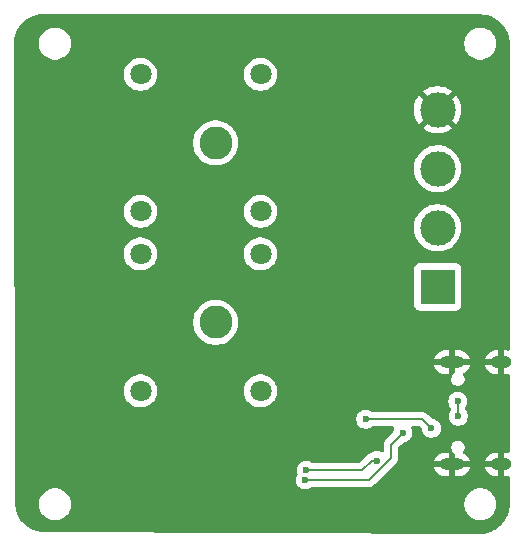
<source format=gbr>
%TF.GenerationSoftware,KiCad,Pcbnew,9.0.4*%
%TF.CreationDate,2025-10-30T13:03:14-05:00*%
%TF.ProjectId,USBCpwr,55534243-7077-4722-9e6b-696361645f70,rev?*%
%TF.SameCoordinates,Original*%
%TF.FileFunction,Copper,L2,Bot*%
%TF.FilePolarity,Positive*%
%FSLAX46Y46*%
G04 Gerber Fmt 4.6, Leading zero omitted, Abs format (unit mm)*
G04 Created by KiCad (PCBNEW 9.0.4) date 2025-10-30 13:03:14*
%MOMM*%
%LPD*%
G01*
G04 APERTURE LIST*
%TA.AperFunction,ComponentPad*%
%ADD10C,1.800000*%
%TD*%
%TA.AperFunction,ComponentPad*%
%ADD11C,2.800000*%
%TD*%
%TA.AperFunction,ComponentPad*%
%ADD12O,1.800000X1.000000*%
%TD*%
%TA.AperFunction,ComponentPad*%
%ADD13O,2.100000X1.000000*%
%TD*%
%TA.AperFunction,ComponentPad*%
%ADD14R,3.000000X3.000000*%
%TD*%
%TA.AperFunction,ComponentPad*%
%ADD15C,3.000000*%
%TD*%
%TA.AperFunction,ViaPad*%
%ADD16C,0.600000*%
%TD*%
%TA.AperFunction,Conductor*%
%ADD17C,0.200000*%
%TD*%
G04 APERTURE END LIST*
D10*
%TO.P,J5,*%
%TO.N,*%
X94240000Y-53800000D03*
X94240000Y-65400000D03*
X104400000Y-53800000D03*
X104400000Y-65400000D03*
D11*
%TO.P,J5,1,Pin_1*%
%TO.N,Output-*%
X100600000Y-59600000D03*
%TD*%
D12*
%TO.P,J1,S1,SHIELD*%
%TO.N,VSS*%
X124762500Y-62980000D03*
D13*
X120612500Y-62980000D03*
D12*
X124762500Y-71620000D03*
D13*
X120612500Y-71620000D03*
%TD*%
D11*
%TO.P,J4,1,Pin_1*%
%TO.N,Output+*%
X100600000Y-44400000D03*
D10*
%TO.P,J4,*%
%TO.N,*%
X104400000Y-50200000D03*
X104400000Y-38600000D03*
X94240000Y-50200000D03*
X94240000Y-38600000D03*
%TD*%
D14*
%TO.P,J3,1,Pin_1*%
%TO.N,Output-*%
X119400000Y-56600000D03*
D15*
%TO.P,J3,2,Pin_2*%
%TO.N,Output+*%
X119400000Y-51600000D03*
%TO.P,J3,3,Pin_3*%
%TO.N,VBUS*%
X119400000Y-46600000D03*
%TO.P,J3,4,Pin_4*%
%TO.N,VSS*%
X119400000Y-41600000D03*
%TD*%
D16*
%TO.N,VSS*%
X114350000Y-69900000D03*
X115300000Y-66400000D03*
X114150000Y-74450000D03*
%TO.N,CC1*%
X118869491Y-68561209D03*
X113300000Y-67800000D03*
%TO.N,CFG2*%
X114300000Y-71300000D03*
X108281305Y-72100000D03*
%TO.N,CFG3*%
X108200000Y-72950000D03*
X116450002Y-68950000D03*
%TO.N,D+*%
X121150000Y-67550000D03*
X121096624Y-66300000D03*
%TD*%
D17*
%TO.N,CFG3*%
X115450000Y-71069239D02*
X115450000Y-69950002D01*
X115450000Y-69950002D02*
X116450002Y-68950000D01*
X113569239Y-72950000D02*
X115450000Y-71069239D01*
X108200000Y-72950000D02*
X113569239Y-72950000D01*
%TO.N,CFG2*%
X113800000Y-71300000D02*
X114300000Y-71300000D01*
X113000000Y-72100000D02*
X113800000Y-71300000D01*
X108281305Y-72100000D02*
X113000000Y-72100000D01*
%TO.N,CC1*%
X113300000Y-67800000D02*
X118108282Y-67800000D01*
X118108282Y-67800000D02*
X118869491Y-68561209D01*
%TO.N,D+*%
X121150000Y-66353376D02*
X121096624Y-66300000D01*
X121150000Y-67550000D02*
X121150000Y-66353376D01*
%TD*%
%TA.AperFunction,Conductor*%
%TO.N,VSS*%
G36*
X122933647Y-33521781D02*
G01*
X122933966Y-33521782D01*
X122934108Y-33521820D01*
X122996328Y-33521820D01*
X123003739Y-33522046D01*
X123293794Y-33539591D01*
X123308656Y-33541395D01*
X123590799Y-33593100D01*
X123605324Y-33596681D01*
X123879179Y-33682018D01*
X123893153Y-33687317D01*
X124154749Y-33805052D01*
X124167973Y-33811993D01*
X124413459Y-33960395D01*
X124425770Y-33968893D01*
X124624353Y-34124473D01*
X124651561Y-34145789D01*
X124662770Y-34155719D01*
X124865591Y-34358542D01*
X124875520Y-34369750D01*
X125052414Y-34595540D01*
X125060920Y-34607864D01*
X125209301Y-34853320D01*
X125216260Y-34866578D01*
X125333979Y-35128142D01*
X125339289Y-35142143D01*
X125424622Y-35415991D01*
X125428205Y-35430530D01*
X125479905Y-35712656D01*
X125481710Y-35727521D01*
X125499273Y-36017912D01*
X125499499Y-36025396D01*
X125499499Y-36057630D01*
X125499499Y-36087209D01*
X125499499Y-36087211D01*
X125499500Y-36097203D01*
X125499500Y-61876347D01*
X125479815Y-61943386D01*
X125427011Y-61989141D01*
X125357853Y-61999085D01*
X125351310Y-61997965D01*
X125260990Y-61980000D01*
X125012500Y-61980000D01*
X125012500Y-62680000D01*
X124512500Y-62680000D01*
X124512500Y-61980000D01*
X124264004Y-61980000D01*
X124070818Y-62018427D01*
X124070806Y-62018430D01*
X123888828Y-62093807D01*
X123888815Y-62093814D01*
X123725037Y-62203248D01*
X123725033Y-62203251D01*
X123585751Y-62342533D01*
X123585748Y-62342537D01*
X123476314Y-62506315D01*
X123476307Y-62506328D01*
X123400930Y-62688307D01*
X123400930Y-62688309D01*
X123392638Y-62730000D01*
X124195512Y-62730000D01*
X124178295Y-62739940D01*
X124122440Y-62795795D01*
X124082944Y-62864204D01*
X124062500Y-62940504D01*
X124062500Y-63019496D01*
X124082944Y-63095796D01*
X124122440Y-63164205D01*
X124178295Y-63220060D01*
X124195512Y-63230000D01*
X123392638Y-63230000D01*
X123400930Y-63271690D01*
X123400930Y-63271692D01*
X123476307Y-63453671D01*
X123476314Y-63453684D01*
X123585748Y-63617462D01*
X123585751Y-63617466D01*
X123725033Y-63756748D01*
X123725037Y-63756751D01*
X123888815Y-63866185D01*
X123888828Y-63866192D01*
X124070806Y-63941569D01*
X124070818Y-63941572D01*
X124264004Y-63979999D01*
X124264008Y-63980000D01*
X124512500Y-63980000D01*
X124512500Y-63280000D01*
X125012500Y-63280000D01*
X125012500Y-63980000D01*
X125260992Y-63980000D01*
X125260994Y-63979999D01*
X125351309Y-63962035D01*
X125420900Y-63968262D01*
X125476078Y-64011125D01*
X125499322Y-64077015D01*
X125499500Y-64083652D01*
X125499500Y-70516347D01*
X125479815Y-70583386D01*
X125427011Y-70629141D01*
X125357853Y-70639085D01*
X125351310Y-70637965D01*
X125260990Y-70620000D01*
X125012500Y-70620000D01*
X125012500Y-71320000D01*
X124512500Y-71320000D01*
X124512500Y-70620000D01*
X124264004Y-70620000D01*
X124070818Y-70658427D01*
X124070806Y-70658430D01*
X123888828Y-70733807D01*
X123888815Y-70733814D01*
X123725037Y-70843248D01*
X123725033Y-70843251D01*
X123585751Y-70982533D01*
X123585748Y-70982537D01*
X123476314Y-71146315D01*
X123476307Y-71146328D01*
X123400930Y-71328307D01*
X123400930Y-71328309D01*
X123392638Y-71370000D01*
X124195512Y-71370000D01*
X124178295Y-71379940D01*
X124122440Y-71435795D01*
X124082944Y-71504204D01*
X124062500Y-71580504D01*
X124062500Y-71659496D01*
X124082944Y-71735796D01*
X124122440Y-71804205D01*
X124178295Y-71860060D01*
X124195512Y-71870000D01*
X123392638Y-71870000D01*
X123400930Y-71911690D01*
X123400930Y-71911692D01*
X123476307Y-72093671D01*
X123476314Y-72093684D01*
X123585748Y-72257462D01*
X123585751Y-72257466D01*
X123725033Y-72396748D01*
X123725037Y-72396751D01*
X123888815Y-72506185D01*
X123888828Y-72506192D01*
X124070806Y-72581569D01*
X124070818Y-72581572D01*
X124264004Y-72619999D01*
X124264008Y-72620000D01*
X124512500Y-72620000D01*
X124512500Y-71920000D01*
X125012500Y-71920000D01*
X125012500Y-72620000D01*
X125260992Y-72620000D01*
X125260994Y-72619999D01*
X125351309Y-72602035D01*
X125420900Y-72608262D01*
X125476078Y-72651125D01*
X125499322Y-72717015D01*
X125499500Y-72723652D01*
X125499500Y-74996249D01*
X125499274Y-75003736D01*
X125481728Y-75293794D01*
X125479923Y-75308659D01*
X125428219Y-75590798D01*
X125424635Y-75605336D01*
X125339306Y-75879167D01*
X125333997Y-75893168D01*
X125216275Y-76154736D01*
X125209316Y-76167995D01*
X125060928Y-76413459D01*
X125052422Y-76425782D01*
X124875526Y-76651573D01*
X124865596Y-76662781D01*
X124662781Y-76865596D01*
X124651573Y-76875526D01*
X124425782Y-77052422D01*
X124413459Y-77060928D01*
X124167995Y-77209316D01*
X124154736Y-77216275D01*
X123893168Y-77333997D01*
X123879167Y-77339306D01*
X123605336Y-77424635D01*
X123590798Y-77428219D01*
X123308659Y-77479923D01*
X123293793Y-77481728D01*
X123003984Y-77499257D01*
X122996090Y-77499482D01*
X86196787Y-77378424D01*
X86196772Y-77378424D01*
X86188014Y-77378394D01*
X86187209Y-77378179D01*
X86124922Y-77378179D01*
X86124629Y-77378178D01*
X86124584Y-77378164D01*
X86117566Y-77377953D01*
X85827520Y-77360410D01*
X85812655Y-77358605D01*
X85530527Y-77306904D01*
X85515988Y-77303321D01*
X85242140Y-77217988D01*
X85228139Y-77212678D01*
X84966577Y-77094960D01*
X84953318Y-77088001D01*
X84707855Y-76939614D01*
X84695532Y-76931108D01*
X84469740Y-76754211D01*
X84458532Y-76744281D01*
X84255718Y-76541467D01*
X84245788Y-76530259D01*
X84220877Y-76498462D01*
X84068887Y-76304461D01*
X84060389Y-76292150D01*
X83911997Y-76046680D01*
X83905039Y-76033422D01*
X83787321Y-75771860D01*
X83782011Y-75757859D01*
X83696678Y-75484011D01*
X83693095Y-75469472D01*
X83662273Y-75301281D01*
X83641393Y-75187342D01*
X83639589Y-75172478D01*
X83622887Y-74896329D01*
X83622729Y-74893713D01*
X85649500Y-74893713D01*
X85649500Y-75106286D01*
X85681552Y-75308659D01*
X85682754Y-75316243D01*
X85737265Y-75484011D01*
X85748444Y-75518414D01*
X85844951Y-75707820D01*
X85969890Y-75879786D01*
X86120213Y-76030109D01*
X86292179Y-76155048D01*
X86292181Y-76155049D01*
X86292184Y-76155051D01*
X86481588Y-76251557D01*
X86683757Y-76317246D01*
X86893713Y-76350500D01*
X86893714Y-76350500D01*
X87106286Y-76350500D01*
X87106287Y-76350500D01*
X87316243Y-76317246D01*
X87518412Y-76251557D01*
X87707816Y-76155051D01*
X87856976Y-76046681D01*
X87879786Y-76030109D01*
X87879788Y-76030106D01*
X87879792Y-76030104D01*
X88030104Y-75879792D01*
X88030106Y-75879788D01*
X88030109Y-75879786D01*
X88155048Y-75707820D01*
X88155047Y-75707820D01*
X88155051Y-75707816D01*
X88251557Y-75518412D01*
X88317246Y-75316243D01*
X88350500Y-75106287D01*
X88350500Y-74893713D01*
X121649500Y-74893713D01*
X121649500Y-75106286D01*
X121681552Y-75308659D01*
X121682754Y-75316243D01*
X121737265Y-75484011D01*
X121748444Y-75518414D01*
X121844951Y-75707820D01*
X121969890Y-75879786D01*
X122120213Y-76030109D01*
X122292179Y-76155048D01*
X122292181Y-76155049D01*
X122292184Y-76155051D01*
X122481588Y-76251557D01*
X122683757Y-76317246D01*
X122893713Y-76350500D01*
X122893714Y-76350500D01*
X123106286Y-76350500D01*
X123106287Y-76350500D01*
X123316243Y-76317246D01*
X123518412Y-76251557D01*
X123707816Y-76155051D01*
X123856976Y-76046681D01*
X123879786Y-76030109D01*
X123879788Y-76030106D01*
X123879792Y-76030104D01*
X124030104Y-75879792D01*
X124030106Y-75879788D01*
X124030109Y-75879786D01*
X124155048Y-75707820D01*
X124155047Y-75707820D01*
X124155051Y-75707816D01*
X124251557Y-75518412D01*
X124317246Y-75316243D01*
X124350500Y-75106287D01*
X124350500Y-74893713D01*
X124317246Y-74683757D01*
X124251557Y-74481588D01*
X124155051Y-74292184D01*
X124155049Y-74292181D01*
X124155048Y-74292179D01*
X124030109Y-74120213D01*
X123879786Y-73969890D01*
X123707820Y-73844951D01*
X123518414Y-73748444D01*
X123518413Y-73748443D01*
X123518412Y-73748443D01*
X123316243Y-73682754D01*
X123316241Y-73682753D01*
X123316240Y-73682753D01*
X123154957Y-73657208D01*
X123106287Y-73649500D01*
X122893713Y-73649500D01*
X122845042Y-73657208D01*
X122683760Y-73682753D01*
X122481585Y-73748444D01*
X122292179Y-73844951D01*
X122120213Y-73969890D01*
X121969890Y-74120213D01*
X121844951Y-74292179D01*
X121748444Y-74481585D01*
X121682753Y-74683760D01*
X121649500Y-74893713D01*
X88350500Y-74893713D01*
X88317246Y-74683757D01*
X88251557Y-74481588D01*
X88155051Y-74292184D01*
X88155049Y-74292181D01*
X88155048Y-74292179D01*
X88030109Y-74120213D01*
X87879786Y-73969890D01*
X87707820Y-73844951D01*
X87518414Y-73748444D01*
X87518413Y-73748443D01*
X87518412Y-73748443D01*
X87316243Y-73682754D01*
X87316241Y-73682753D01*
X87316240Y-73682753D01*
X87154957Y-73657208D01*
X87106287Y-73649500D01*
X86893713Y-73649500D01*
X86845042Y-73657208D01*
X86683760Y-73682753D01*
X86481585Y-73748444D01*
X86292179Y-73844951D01*
X86120213Y-73969890D01*
X85969890Y-74120213D01*
X85844951Y-74292179D01*
X85748444Y-74481585D01*
X85682753Y-74683760D01*
X85649500Y-74893713D01*
X83622729Y-74893713D01*
X83622046Y-74882428D01*
X83621820Y-74874938D01*
X83621821Y-74812791D01*
X83621820Y-74812787D01*
X83621820Y-74806753D01*
X83621586Y-74803270D01*
X83615557Y-72871153D01*
X107399500Y-72871153D01*
X107399500Y-73028846D01*
X107430261Y-73183489D01*
X107430264Y-73183501D01*
X107490602Y-73329172D01*
X107490609Y-73329185D01*
X107578210Y-73460288D01*
X107578213Y-73460292D01*
X107689707Y-73571786D01*
X107689711Y-73571789D01*
X107820814Y-73659390D01*
X107820827Y-73659397D01*
X107877217Y-73682754D01*
X107966503Y-73719737D01*
X108110817Y-73748443D01*
X108121153Y-73750499D01*
X108121156Y-73750500D01*
X108121158Y-73750500D01*
X108278844Y-73750500D01*
X108278845Y-73750499D01*
X108433497Y-73719737D01*
X108579179Y-73659394D01*
X108579185Y-73659390D01*
X108710875Y-73571398D01*
X108777553Y-73550520D01*
X108779766Y-73550500D01*
X113482570Y-73550500D01*
X113482586Y-73550501D01*
X113490182Y-73550501D01*
X113648293Y-73550501D01*
X113648296Y-73550501D01*
X113801024Y-73509577D01*
X113851143Y-73480639D01*
X113937955Y-73430520D01*
X114049759Y-73318716D01*
X114049759Y-73318714D01*
X114059967Y-73308507D01*
X114059968Y-73308504D01*
X115930520Y-71437955D01*
X115964015Y-71379940D01*
X115969754Y-71370000D01*
X119092638Y-71370000D01*
X119895512Y-71370000D01*
X119878295Y-71379940D01*
X119822440Y-71435795D01*
X119782944Y-71504204D01*
X119762500Y-71580504D01*
X119762500Y-71659496D01*
X119782944Y-71735796D01*
X119822440Y-71804205D01*
X119878295Y-71860060D01*
X119895512Y-71870000D01*
X119092638Y-71870000D01*
X119100930Y-71911690D01*
X119100930Y-71911692D01*
X119176307Y-72093671D01*
X119176314Y-72093684D01*
X119285748Y-72257462D01*
X119285751Y-72257466D01*
X119425033Y-72396748D01*
X119425037Y-72396751D01*
X119588815Y-72506185D01*
X119588828Y-72506192D01*
X119770806Y-72581569D01*
X119770818Y-72581572D01*
X119964004Y-72619999D01*
X119964008Y-72620000D01*
X120362500Y-72620000D01*
X120362500Y-71920000D01*
X120862500Y-71920000D01*
X120862500Y-72620000D01*
X121260992Y-72620000D01*
X121260995Y-72619999D01*
X121454181Y-72581572D01*
X121454193Y-72581569D01*
X121636171Y-72506192D01*
X121636184Y-72506185D01*
X121799962Y-72396751D01*
X121799966Y-72396748D01*
X121939248Y-72257466D01*
X121939251Y-72257462D01*
X122048685Y-72093684D01*
X122048692Y-72093671D01*
X122124069Y-71911692D01*
X122124069Y-71911690D01*
X122132362Y-71870000D01*
X121329488Y-71870000D01*
X121346705Y-71860060D01*
X121402560Y-71804205D01*
X121442056Y-71735796D01*
X121462500Y-71659496D01*
X121462500Y-71580504D01*
X121442056Y-71504204D01*
X121402560Y-71435795D01*
X121346705Y-71379940D01*
X121329488Y-71370000D01*
X122132362Y-71370000D01*
X122124069Y-71328309D01*
X122124069Y-71328307D01*
X122048692Y-71146328D01*
X122048685Y-71146315D01*
X121939251Y-70982537D01*
X121939248Y-70982533D01*
X121799966Y-70843251D01*
X121799962Y-70843248D01*
X121636184Y-70733814D01*
X121636174Y-70733809D01*
X121626657Y-70729867D01*
X121572254Y-70686026D01*
X121550189Y-70619731D01*
X121567469Y-70552032D01*
X121571148Y-70546597D01*
X121573012Y-70543367D01*
X121573015Y-70543365D01*
X121648781Y-70412135D01*
X121688000Y-70265766D01*
X121688000Y-70114234D01*
X121648781Y-69967865D01*
X121573015Y-69836635D01*
X121465865Y-69729485D01*
X121344470Y-69659397D01*
X121334636Y-69653719D01*
X121261450Y-69634109D01*
X121188266Y-69614500D01*
X121036734Y-69614500D01*
X120890363Y-69653719D01*
X120759135Y-69729485D01*
X120759132Y-69729487D01*
X120651987Y-69836632D01*
X120651985Y-69836635D01*
X120576219Y-69967863D01*
X120537000Y-70114234D01*
X120537000Y-70265765D01*
X120576219Y-70412136D01*
X120612846Y-70475575D01*
X120651985Y-70543365D01*
X120759135Y-70650515D01*
X120800500Y-70674397D01*
X120848716Y-70724964D01*
X120862500Y-70781784D01*
X120862500Y-71320000D01*
X120362500Y-71320000D01*
X120362500Y-70620000D01*
X119964004Y-70620000D01*
X119770818Y-70658427D01*
X119770806Y-70658430D01*
X119588828Y-70733807D01*
X119588815Y-70733814D01*
X119425037Y-70843248D01*
X119425033Y-70843251D01*
X119285751Y-70982533D01*
X119285748Y-70982537D01*
X119176314Y-71146315D01*
X119176307Y-71146328D01*
X119100930Y-71328307D01*
X119100930Y-71328309D01*
X119092638Y-71370000D01*
X115969754Y-71370000D01*
X115986306Y-71341331D01*
X115995217Y-71325894D01*
X116009577Y-71301023D01*
X116050501Y-71148296D01*
X116050501Y-70990181D01*
X116050501Y-70982586D01*
X116050500Y-70982568D01*
X116050500Y-70250099D01*
X116059144Y-70220658D01*
X116065668Y-70190672D01*
X116069422Y-70185656D01*
X116070185Y-70183060D01*
X116086819Y-70162418D01*
X116230811Y-70018426D01*
X116281374Y-69967863D01*
X116464664Y-69784572D01*
X116525985Y-69751089D01*
X116528152Y-69750638D01*
X116586087Y-69739113D01*
X116683499Y-69719737D01*
X116829181Y-69659394D01*
X116960291Y-69571789D01*
X117071791Y-69460289D01*
X117159396Y-69329179D01*
X117219739Y-69183497D01*
X117250502Y-69028842D01*
X117250502Y-68871158D01*
X117250502Y-68871155D01*
X117250501Y-68871153D01*
X117235295Y-68794710D01*
X117219739Y-68716503D01*
X117219737Y-68716498D01*
X117159865Y-68571952D01*
X117152396Y-68502483D01*
X117183671Y-68440004D01*
X117243761Y-68404352D01*
X117274426Y-68400500D01*
X117808185Y-68400500D01*
X117837625Y-68409144D01*
X117867612Y-68415668D01*
X117872627Y-68419422D01*
X117875224Y-68420185D01*
X117895866Y-68436819D01*
X118034916Y-68575869D01*
X118068401Y-68637192D01*
X118068852Y-68639358D01*
X118099752Y-68794700D01*
X118099755Y-68794710D01*
X118160093Y-68940381D01*
X118160100Y-68940394D01*
X118247701Y-69071497D01*
X118247704Y-69071501D01*
X118359198Y-69182995D01*
X118359202Y-69182998D01*
X118490305Y-69270599D01*
X118490318Y-69270606D01*
X118635989Y-69330944D01*
X118635994Y-69330946D01*
X118790644Y-69361708D01*
X118790647Y-69361709D01*
X118790649Y-69361709D01*
X118948335Y-69361709D01*
X118948336Y-69361708D01*
X119102988Y-69330946D01*
X119248670Y-69270603D01*
X119379780Y-69182998D01*
X119491280Y-69071498D01*
X119578885Y-68940388D01*
X119639228Y-68794706D01*
X119669991Y-68640051D01*
X119669991Y-68482367D01*
X119669991Y-68482364D01*
X119669990Y-68482362D01*
X119657941Y-68421789D01*
X119639228Y-68327712D01*
X119635924Y-68319735D01*
X119578888Y-68182036D01*
X119578881Y-68182023D01*
X119491280Y-68050920D01*
X119491277Y-68050916D01*
X119379783Y-67939422D01*
X119379779Y-67939419D01*
X119248676Y-67851818D01*
X119248663Y-67851811D01*
X119102992Y-67791473D01*
X119102982Y-67791470D01*
X118947640Y-67760570D01*
X118885729Y-67728185D01*
X118884151Y-67726634D01*
X118595872Y-67438355D01*
X118595870Y-67438352D01*
X118476999Y-67319481D01*
X118476998Y-67319480D01*
X118390186Y-67269360D01*
X118390186Y-67269359D01*
X118390182Y-67269358D01*
X118340067Y-67240423D01*
X118187339Y-67199499D01*
X118029225Y-67199499D01*
X118021629Y-67199499D01*
X118021613Y-67199500D01*
X113879766Y-67199500D01*
X113812727Y-67179815D01*
X113810875Y-67178602D01*
X113679185Y-67090609D01*
X113679172Y-67090602D01*
X113533501Y-67030264D01*
X113533489Y-67030261D01*
X113378845Y-66999500D01*
X113378842Y-66999500D01*
X113221158Y-66999500D01*
X113221155Y-66999500D01*
X113066510Y-67030261D01*
X113066498Y-67030264D01*
X112920827Y-67090602D01*
X112920814Y-67090609D01*
X112789711Y-67178210D01*
X112789707Y-67178213D01*
X112678213Y-67289707D01*
X112678210Y-67289711D01*
X112590609Y-67420814D01*
X112590602Y-67420827D01*
X112530264Y-67566498D01*
X112530261Y-67566510D01*
X112499500Y-67721153D01*
X112499500Y-67878846D01*
X112530261Y-68033489D01*
X112530264Y-68033501D01*
X112590602Y-68179172D01*
X112590609Y-68179185D01*
X112678210Y-68310288D01*
X112678213Y-68310292D01*
X112789707Y-68421786D01*
X112789711Y-68421789D01*
X112920814Y-68509390D01*
X112920827Y-68509397D01*
X112999894Y-68542147D01*
X113066503Y-68569737D01*
X113221153Y-68600499D01*
X113221156Y-68600500D01*
X113221158Y-68600500D01*
X113378844Y-68600500D01*
X113378845Y-68600499D01*
X113533497Y-68569737D01*
X113679179Y-68509394D01*
X113733663Y-68472989D01*
X113810875Y-68421398D01*
X113877553Y-68400520D01*
X113879766Y-68400500D01*
X115625578Y-68400500D01*
X115692617Y-68420185D01*
X115738372Y-68472989D01*
X115748316Y-68542147D01*
X115740139Y-68571952D01*
X115680266Y-68716498D01*
X115680263Y-68716508D01*
X115649363Y-68871850D01*
X115616978Y-68933761D01*
X115615427Y-68935339D01*
X114969481Y-69581284D01*
X114969480Y-69581286D01*
X114927661Y-69653719D01*
X114890423Y-69718217D01*
X114849499Y-69870945D01*
X114849499Y-69870947D01*
X114849499Y-70039048D01*
X114849500Y-70039061D01*
X114849500Y-70475575D01*
X114829815Y-70542614D01*
X114777011Y-70588369D01*
X114707853Y-70598313D01*
X114678048Y-70590137D01*
X114630314Y-70570365D01*
X114533497Y-70530263D01*
X114533492Y-70530262D01*
X114533489Y-70530261D01*
X114378845Y-70499500D01*
X114378842Y-70499500D01*
X114221158Y-70499500D01*
X114221155Y-70499500D01*
X114066510Y-70530261D01*
X114066498Y-70530264D01*
X113920827Y-70590602D01*
X113920814Y-70590609D01*
X113789127Y-70678601D01*
X113728875Y-70697467D01*
X113729003Y-70698438D01*
X113723431Y-70699171D01*
X113722450Y-70699479D01*
X113720997Y-70699492D01*
X113720945Y-70699498D01*
X113568214Y-70740423D01*
X113524781Y-70765500D01*
X113524780Y-70765500D01*
X113431287Y-70819477D01*
X113431282Y-70819481D01*
X113319478Y-70931286D01*
X112787584Y-71463181D01*
X112726261Y-71496666D01*
X112699903Y-71499500D01*
X108861071Y-71499500D01*
X108794032Y-71479815D01*
X108792180Y-71478602D01*
X108660490Y-71390609D01*
X108660477Y-71390602D01*
X108514806Y-71330264D01*
X108514794Y-71330261D01*
X108360150Y-71299500D01*
X108360147Y-71299500D01*
X108202463Y-71299500D01*
X108202460Y-71299500D01*
X108047815Y-71330261D01*
X108047803Y-71330264D01*
X107902132Y-71390602D01*
X107902119Y-71390609D01*
X107771016Y-71478210D01*
X107771012Y-71478213D01*
X107659518Y-71589707D01*
X107659515Y-71589711D01*
X107571914Y-71720814D01*
X107571907Y-71720827D01*
X107511569Y-71866498D01*
X107511566Y-71866510D01*
X107480805Y-72021153D01*
X107480805Y-72178846D01*
X107511566Y-72333494D01*
X107511569Y-72333502D01*
X107538865Y-72399401D01*
X107546334Y-72468870D01*
X107527407Y-72515742D01*
X107490611Y-72570812D01*
X107490602Y-72570828D01*
X107430264Y-72716498D01*
X107430261Y-72716510D01*
X107399500Y-72871153D01*
X83615557Y-72871153D01*
X83591899Y-65289778D01*
X92839500Y-65289778D01*
X92839500Y-65510221D01*
X92873985Y-65727952D01*
X92942103Y-65937603D01*
X92942104Y-65937606D01*
X93042187Y-66134025D01*
X93171752Y-66312358D01*
X93171756Y-66312363D01*
X93327636Y-66468243D01*
X93327641Y-66468247D01*
X93483192Y-66581260D01*
X93505978Y-66597815D01*
X93634375Y-66663237D01*
X93702393Y-66697895D01*
X93702396Y-66697896D01*
X93804251Y-66730990D01*
X93912049Y-66766015D01*
X94129778Y-66800500D01*
X94129779Y-66800500D01*
X94350221Y-66800500D01*
X94350222Y-66800500D01*
X94567951Y-66766015D01*
X94777606Y-66697895D01*
X94974022Y-66597815D01*
X95152365Y-66468242D01*
X95308242Y-66312365D01*
X95437815Y-66134022D01*
X95537895Y-65937606D01*
X95606015Y-65727951D01*
X95640500Y-65510222D01*
X95640500Y-65289778D01*
X102999500Y-65289778D01*
X102999500Y-65510221D01*
X103033985Y-65727952D01*
X103102103Y-65937603D01*
X103102104Y-65937606D01*
X103202187Y-66134025D01*
X103331752Y-66312358D01*
X103331756Y-66312363D01*
X103487636Y-66468243D01*
X103487641Y-66468247D01*
X103643192Y-66581260D01*
X103665978Y-66597815D01*
X103794375Y-66663237D01*
X103862393Y-66697895D01*
X103862396Y-66697896D01*
X103964251Y-66730990D01*
X104072049Y-66766015D01*
X104289778Y-66800500D01*
X104289779Y-66800500D01*
X104510221Y-66800500D01*
X104510222Y-66800500D01*
X104727951Y-66766015D01*
X104937606Y-66697895D01*
X105134022Y-66597815D01*
X105312365Y-66468242D01*
X105468242Y-66312365D01*
X105479889Y-66296333D01*
X105534511Y-66221153D01*
X120296124Y-66221153D01*
X120296124Y-66378846D01*
X120326885Y-66533489D01*
X120326888Y-66533501D01*
X120387226Y-66679172D01*
X120387233Y-66679185D01*
X120474834Y-66810288D01*
X120474837Y-66810292D01*
X120513180Y-66848634D01*
X120527885Y-66875564D01*
X120544477Y-66901381D01*
X120545368Y-66907579D01*
X120546666Y-66909956D01*
X120549500Y-66936316D01*
X120549500Y-66970234D01*
X120529815Y-67037273D01*
X120528602Y-67039125D01*
X120440609Y-67170814D01*
X120440602Y-67170827D01*
X120380264Y-67316498D01*
X120380261Y-67316510D01*
X120349500Y-67471153D01*
X120349500Y-67628846D01*
X120380261Y-67783489D01*
X120380264Y-67783501D01*
X120440602Y-67929172D01*
X120440609Y-67929185D01*
X120528210Y-68060288D01*
X120528213Y-68060292D01*
X120639707Y-68171786D01*
X120639711Y-68171789D01*
X120770814Y-68259390D01*
X120770827Y-68259397D01*
X120916498Y-68319735D01*
X120916503Y-68319737D01*
X121071153Y-68350499D01*
X121071156Y-68350500D01*
X121071158Y-68350500D01*
X121228844Y-68350500D01*
X121228845Y-68350499D01*
X121383497Y-68319737D01*
X121529179Y-68259394D01*
X121660289Y-68171789D01*
X121771789Y-68060289D01*
X121859394Y-67929179D01*
X121919737Y-67783497D01*
X121950500Y-67628842D01*
X121950500Y-67471158D01*
X121950500Y-67471155D01*
X121950499Y-67471153D01*
X121942569Y-67431286D01*
X121919737Y-67316503D01*
X121919735Y-67316498D01*
X121859397Y-67170827D01*
X121859390Y-67170814D01*
X121771398Y-67039125D01*
X121765747Y-67021078D01*
X121755523Y-67005169D01*
X121751071Y-66974207D01*
X121750520Y-66972447D01*
X121750500Y-66970234D01*
X121750500Y-66799882D01*
X121770185Y-66732843D01*
X121771399Y-66730990D01*
X121806013Y-66679187D01*
X121806014Y-66679184D01*
X121806018Y-66679179D01*
X121866361Y-66533497D01*
X121897124Y-66378842D01*
X121897124Y-66221158D01*
X121897124Y-66221155D01*
X121897123Y-66221153D01*
X121866362Y-66066510D01*
X121866361Y-66066503D01*
X121812971Y-65937606D01*
X121806021Y-65920827D01*
X121806014Y-65920814D01*
X121718413Y-65789711D01*
X121718410Y-65789707D01*
X121606916Y-65678213D01*
X121606912Y-65678210D01*
X121475809Y-65590609D01*
X121475796Y-65590602D01*
X121330125Y-65530264D01*
X121330113Y-65530261D01*
X121175469Y-65499500D01*
X121175466Y-65499500D01*
X121017782Y-65499500D01*
X121017779Y-65499500D01*
X120863134Y-65530261D01*
X120863122Y-65530264D01*
X120717451Y-65590602D01*
X120717438Y-65590609D01*
X120586335Y-65678210D01*
X120586331Y-65678213D01*
X120474837Y-65789707D01*
X120474834Y-65789711D01*
X120387233Y-65920814D01*
X120387226Y-65920827D01*
X120326888Y-66066498D01*
X120326885Y-66066510D01*
X120296124Y-66221153D01*
X105534511Y-66221153D01*
X105591888Y-66142181D01*
X105595451Y-66137275D01*
X105597815Y-66134022D01*
X105697895Y-65937606D01*
X105766015Y-65727951D01*
X105800500Y-65510222D01*
X105800500Y-65289778D01*
X105766015Y-65072049D01*
X105700534Y-64870515D01*
X105697896Y-64862396D01*
X105697895Y-64862393D01*
X105663237Y-64794375D01*
X105597815Y-64665978D01*
X105581260Y-64643192D01*
X105468247Y-64487641D01*
X105468243Y-64487636D01*
X105312363Y-64331756D01*
X105312358Y-64331752D01*
X105134025Y-64202187D01*
X105134024Y-64202186D01*
X105134022Y-64202185D01*
X105071096Y-64170122D01*
X104937606Y-64102104D01*
X104937603Y-64102103D01*
X104727952Y-64033985D01*
X104583619Y-64011125D01*
X104510222Y-63999500D01*
X104289778Y-63999500D01*
X104217201Y-64010995D01*
X104072047Y-64033985D01*
X103862396Y-64102103D01*
X103862393Y-64102104D01*
X103665974Y-64202187D01*
X103487641Y-64331752D01*
X103487636Y-64331756D01*
X103331756Y-64487636D01*
X103331752Y-64487641D01*
X103202187Y-64665974D01*
X103102104Y-64862393D01*
X103102103Y-64862396D01*
X103033985Y-65072047D01*
X102999500Y-65289778D01*
X95640500Y-65289778D01*
X95606015Y-65072049D01*
X95540534Y-64870515D01*
X95537896Y-64862396D01*
X95537895Y-64862393D01*
X95503237Y-64794375D01*
X95437815Y-64665978D01*
X95421260Y-64643192D01*
X95308247Y-64487641D01*
X95308243Y-64487636D01*
X95152363Y-64331756D01*
X95152358Y-64331752D01*
X94974025Y-64202187D01*
X94974024Y-64202186D01*
X94974022Y-64202185D01*
X94911096Y-64170122D01*
X94777606Y-64102104D01*
X94777603Y-64102103D01*
X94567952Y-64033985D01*
X94423619Y-64011125D01*
X94350222Y-63999500D01*
X94129778Y-63999500D01*
X94057201Y-64010995D01*
X93912047Y-64033985D01*
X93702396Y-64102103D01*
X93702393Y-64102104D01*
X93505974Y-64202187D01*
X93327641Y-64331752D01*
X93327636Y-64331756D01*
X93171756Y-64487636D01*
X93171752Y-64487641D01*
X93042187Y-64665974D01*
X92942104Y-64862393D01*
X92942103Y-64862396D01*
X92873985Y-65072047D01*
X92839500Y-65289778D01*
X83591899Y-65289778D01*
X83583911Y-62730000D01*
X119092638Y-62730000D01*
X119895512Y-62730000D01*
X119878295Y-62739940D01*
X119822440Y-62795795D01*
X119782944Y-62864204D01*
X119762500Y-62940504D01*
X119762500Y-63019496D01*
X119782944Y-63095796D01*
X119822440Y-63164205D01*
X119878295Y-63220060D01*
X119895512Y-63230000D01*
X119092638Y-63230000D01*
X119100930Y-63271690D01*
X119100930Y-63271692D01*
X119176307Y-63453671D01*
X119176314Y-63453684D01*
X119285748Y-63617462D01*
X119285751Y-63617466D01*
X119425033Y-63756748D01*
X119425037Y-63756751D01*
X119588815Y-63866185D01*
X119588828Y-63866192D01*
X119770806Y-63941569D01*
X119770818Y-63941572D01*
X119964004Y-63979999D01*
X119964008Y-63980000D01*
X120362500Y-63980000D01*
X120362500Y-63280000D01*
X120862500Y-63280000D01*
X120862500Y-63818215D01*
X120842815Y-63885254D01*
X120800502Y-63925601D01*
X120759138Y-63949483D01*
X120759132Y-63949487D01*
X120651987Y-64056632D01*
X120651985Y-64056635D01*
X120576219Y-64187863D01*
X120572382Y-64202185D01*
X120537000Y-64334234D01*
X120537000Y-64485766D01*
X120556609Y-64558950D01*
X120576219Y-64632136D01*
X120595756Y-64665974D01*
X120651985Y-64763365D01*
X120759135Y-64870515D01*
X120890365Y-64946281D01*
X121036734Y-64985500D01*
X121036736Y-64985500D01*
X121188264Y-64985500D01*
X121188266Y-64985500D01*
X121334635Y-64946281D01*
X121465865Y-64870515D01*
X121573015Y-64763365D01*
X121648781Y-64632135D01*
X121688000Y-64485766D01*
X121688000Y-64334234D01*
X121648781Y-64187865D01*
X121573015Y-64056635D01*
X121573013Y-64056633D01*
X121568951Y-64049597D01*
X121571154Y-64048325D01*
X121550541Y-63995022D01*
X121564573Y-63926576D01*
X121613382Y-63876582D01*
X121626663Y-63870129D01*
X121636182Y-63866186D01*
X121636184Y-63866185D01*
X121799962Y-63756751D01*
X121799966Y-63756748D01*
X121939248Y-63617466D01*
X121939251Y-63617462D01*
X122048685Y-63453684D01*
X122048692Y-63453671D01*
X122124069Y-63271692D01*
X122124069Y-63271690D01*
X122132362Y-63230000D01*
X121329488Y-63230000D01*
X121346705Y-63220060D01*
X121402560Y-63164205D01*
X121442056Y-63095796D01*
X121462500Y-63019496D01*
X121462500Y-62940504D01*
X121442056Y-62864204D01*
X121402560Y-62795795D01*
X121346705Y-62739940D01*
X121329488Y-62730000D01*
X122132362Y-62730000D01*
X122124069Y-62688309D01*
X122124069Y-62688307D01*
X122048692Y-62506328D01*
X122048685Y-62506315D01*
X121939251Y-62342537D01*
X121939248Y-62342533D01*
X121799966Y-62203251D01*
X121799962Y-62203248D01*
X121636184Y-62093814D01*
X121636171Y-62093807D01*
X121454193Y-62018430D01*
X121454181Y-62018427D01*
X121260995Y-61980000D01*
X120862500Y-61980000D01*
X120862500Y-62680000D01*
X120362500Y-62680000D01*
X120362500Y-61980000D01*
X119964004Y-61980000D01*
X119770818Y-62018427D01*
X119770806Y-62018430D01*
X119588828Y-62093807D01*
X119588815Y-62093814D01*
X119425037Y-62203248D01*
X119425033Y-62203251D01*
X119285751Y-62342533D01*
X119285748Y-62342537D01*
X119176314Y-62506315D01*
X119176307Y-62506328D01*
X119100930Y-62688307D01*
X119100930Y-62688309D01*
X119092638Y-62730000D01*
X83583911Y-62730000D01*
X83573756Y-59475441D01*
X98699500Y-59475441D01*
X98699500Y-59724558D01*
X98699501Y-59724575D01*
X98732017Y-59971561D01*
X98796498Y-60212207D01*
X98891830Y-60442361D01*
X98891837Y-60442376D01*
X99016400Y-60658126D01*
X99168060Y-60855774D01*
X99168066Y-60855781D01*
X99344218Y-61031933D01*
X99344225Y-61031939D01*
X99541873Y-61183599D01*
X99757623Y-61308162D01*
X99757638Y-61308169D01*
X99856825Y-61349253D01*
X99987793Y-61403502D01*
X100228435Y-61467982D01*
X100475435Y-61500500D01*
X100475442Y-61500500D01*
X100724558Y-61500500D01*
X100724565Y-61500500D01*
X100971565Y-61467982D01*
X101212207Y-61403502D01*
X101442373Y-61308164D01*
X101658127Y-61183599D01*
X101855776Y-61031938D01*
X102031938Y-60855776D01*
X102183599Y-60658127D01*
X102308164Y-60442373D01*
X102403502Y-60212207D01*
X102467982Y-59971565D01*
X102500500Y-59724565D01*
X102500500Y-59475435D01*
X102467982Y-59228435D01*
X102403502Y-58987793D01*
X102308164Y-58757627D01*
X102183599Y-58541873D01*
X102031938Y-58344224D01*
X102031933Y-58344218D01*
X101855781Y-58168066D01*
X101855774Y-58168060D01*
X101658126Y-58016400D01*
X101442376Y-57891837D01*
X101442361Y-57891830D01*
X101212207Y-57796498D01*
X100971561Y-57732017D01*
X100724575Y-57699501D01*
X100724570Y-57699500D01*
X100724565Y-57699500D01*
X100475435Y-57699500D01*
X100475429Y-57699500D01*
X100475424Y-57699501D01*
X100228438Y-57732017D01*
X99987792Y-57796498D01*
X99757638Y-57891830D01*
X99757623Y-57891837D01*
X99541873Y-58016400D01*
X99344225Y-58168060D01*
X99344218Y-58168066D01*
X99168066Y-58344218D01*
X99168060Y-58344225D01*
X99016400Y-58541873D01*
X98891837Y-58757623D01*
X98891830Y-58757638D01*
X98796498Y-58987792D01*
X98732017Y-59228438D01*
X98699501Y-59475424D01*
X98699500Y-59475441D01*
X83573756Y-59475441D01*
X83555702Y-53689778D01*
X92839500Y-53689778D01*
X92839500Y-53910221D01*
X92873985Y-54127952D01*
X92942103Y-54337603D01*
X92942104Y-54337606D01*
X93042187Y-54534025D01*
X93171752Y-54712358D01*
X93171756Y-54712363D01*
X93327636Y-54868243D01*
X93327641Y-54868247D01*
X93438085Y-54948488D01*
X93505978Y-54997815D01*
X93612572Y-55052128D01*
X93702393Y-55097895D01*
X93702396Y-55097896D01*
X93807221Y-55131955D01*
X93912049Y-55166015D01*
X94129778Y-55200500D01*
X94129779Y-55200500D01*
X94350221Y-55200500D01*
X94350222Y-55200500D01*
X94567951Y-55166015D01*
X94777606Y-55097895D01*
X94974022Y-54997815D01*
X95152365Y-54868242D01*
X95308242Y-54712365D01*
X95437815Y-54534022D01*
X95537895Y-54337606D01*
X95606015Y-54127951D01*
X95640500Y-53910222D01*
X95640500Y-53689778D01*
X102999500Y-53689778D01*
X102999500Y-53910221D01*
X103033985Y-54127952D01*
X103102103Y-54337603D01*
X103102104Y-54337606D01*
X103202187Y-54534025D01*
X103331752Y-54712358D01*
X103331756Y-54712363D01*
X103487636Y-54868243D01*
X103487641Y-54868247D01*
X103598085Y-54948488D01*
X103665978Y-54997815D01*
X103772572Y-55052128D01*
X103862393Y-55097895D01*
X103862396Y-55097896D01*
X103967221Y-55131955D01*
X104072049Y-55166015D01*
X104289778Y-55200500D01*
X104289779Y-55200500D01*
X104510221Y-55200500D01*
X104510222Y-55200500D01*
X104727951Y-55166015D01*
X104937606Y-55097895D01*
X105027414Y-55052135D01*
X117399500Y-55052135D01*
X117399500Y-58147870D01*
X117399501Y-58147876D01*
X117405908Y-58207483D01*
X117456202Y-58342328D01*
X117456206Y-58342335D01*
X117542452Y-58457544D01*
X117542455Y-58457547D01*
X117657664Y-58543793D01*
X117657671Y-58543797D01*
X117792517Y-58594091D01*
X117792516Y-58594091D01*
X117799444Y-58594835D01*
X117852127Y-58600500D01*
X120947872Y-58600499D01*
X121007483Y-58594091D01*
X121142331Y-58543796D01*
X121257546Y-58457546D01*
X121343796Y-58342331D01*
X121394091Y-58207483D01*
X121400500Y-58147873D01*
X121400499Y-55052128D01*
X121394091Y-54992517D01*
X121377669Y-54948488D01*
X121343797Y-54857671D01*
X121343793Y-54857664D01*
X121257547Y-54742455D01*
X121257544Y-54742452D01*
X121142335Y-54656206D01*
X121142328Y-54656202D01*
X121007482Y-54605908D01*
X121007483Y-54605908D01*
X120947883Y-54599501D01*
X120947881Y-54599500D01*
X120947873Y-54599500D01*
X120947864Y-54599500D01*
X117852129Y-54599500D01*
X117852123Y-54599501D01*
X117792516Y-54605908D01*
X117657671Y-54656202D01*
X117657664Y-54656206D01*
X117542455Y-54742452D01*
X117542452Y-54742455D01*
X117456206Y-54857664D01*
X117456202Y-54857671D01*
X117405908Y-54992517D01*
X117399501Y-55052116D01*
X117399501Y-55052123D01*
X117399500Y-55052135D01*
X105027414Y-55052135D01*
X105134022Y-54997815D01*
X105173692Y-54968993D01*
X105201916Y-54948488D01*
X105312359Y-54868247D01*
X105312361Y-54868244D01*
X105312365Y-54868242D01*
X105468242Y-54712365D01*
X105597815Y-54534022D01*
X105697895Y-54337606D01*
X105766015Y-54127951D01*
X105800500Y-53910222D01*
X105800500Y-53689778D01*
X105766015Y-53472049D01*
X105697895Y-53262394D01*
X105697895Y-53262393D01*
X105663237Y-53194375D01*
X105597815Y-53065978D01*
X105493108Y-52921860D01*
X105468247Y-52887641D01*
X105468243Y-52887636D01*
X105312363Y-52731756D01*
X105312358Y-52731752D01*
X105134025Y-52602187D01*
X105134024Y-52602186D01*
X105134022Y-52602185D01*
X105071096Y-52570122D01*
X104937606Y-52502104D01*
X104937603Y-52502103D01*
X104727952Y-52433985D01*
X104619086Y-52416742D01*
X104510222Y-52399500D01*
X104289778Y-52399500D01*
X104217201Y-52410995D01*
X104072047Y-52433985D01*
X103862396Y-52502103D01*
X103862393Y-52502104D01*
X103665974Y-52602187D01*
X103487641Y-52731752D01*
X103487636Y-52731756D01*
X103331756Y-52887636D01*
X103331752Y-52887641D01*
X103202187Y-53065974D01*
X103102104Y-53262393D01*
X103102103Y-53262396D01*
X103033985Y-53472047D01*
X102999500Y-53689778D01*
X95640500Y-53689778D01*
X95606015Y-53472049D01*
X95537895Y-53262394D01*
X95537895Y-53262393D01*
X95503237Y-53194375D01*
X95437815Y-53065978D01*
X95333108Y-52921860D01*
X95308247Y-52887641D01*
X95308243Y-52887636D01*
X95152363Y-52731756D01*
X95152358Y-52731752D01*
X94974025Y-52602187D01*
X94974024Y-52602186D01*
X94974022Y-52602185D01*
X94911096Y-52570122D01*
X94777606Y-52502104D01*
X94777603Y-52502103D01*
X94567952Y-52433985D01*
X94459086Y-52416742D01*
X94350222Y-52399500D01*
X94129778Y-52399500D01*
X94057201Y-52410995D01*
X93912047Y-52433985D01*
X93702396Y-52502103D01*
X93702393Y-52502104D01*
X93505974Y-52602187D01*
X93327641Y-52731752D01*
X93327636Y-52731756D01*
X93171756Y-52887636D01*
X93171752Y-52887641D01*
X93042187Y-53065974D01*
X92942104Y-53262393D01*
X92942103Y-53262396D01*
X92873985Y-53472047D01*
X92839500Y-53689778D01*
X83555702Y-53689778D01*
X83544468Y-50089778D01*
X92839500Y-50089778D01*
X92839500Y-50310221D01*
X92873985Y-50527952D01*
X92942103Y-50737603D01*
X92942104Y-50737606D01*
X93042187Y-50934025D01*
X93171752Y-51112358D01*
X93171756Y-51112363D01*
X93327636Y-51268243D01*
X93327641Y-51268247D01*
X93460128Y-51364503D01*
X93505978Y-51397815D01*
X93634375Y-51463237D01*
X93702393Y-51497895D01*
X93702396Y-51497896D01*
X93807221Y-51531955D01*
X93912049Y-51566015D01*
X94129778Y-51600500D01*
X94129779Y-51600500D01*
X94350221Y-51600500D01*
X94350222Y-51600500D01*
X94567951Y-51566015D01*
X94777606Y-51497895D01*
X94974022Y-51397815D01*
X95152365Y-51268242D01*
X95308242Y-51112365D01*
X95437815Y-50934022D01*
X95537895Y-50737606D01*
X95606015Y-50527951D01*
X95640500Y-50310222D01*
X95640500Y-50089778D01*
X102999500Y-50089778D01*
X102999500Y-50310221D01*
X103033985Y-50527952D01*
X103102103Y-50737603D01*
X103102104Y-50737606D01*
X103202187Y-50934025D01*
X103331752Y-51112358D01*
X103331756Y-51112363D01*
X103487636Y-51268243D01*
X103487641Y-51268247D01*
X103620128Y-51364503D01*
X103665978Y-51397815D01*
X103794375Y-51463237D01*
X103862393Y-51497895D01*
X103862396Y-51497896D01*
X103967221Y-51531955D01*
X104072049Y-51566015D01*
X104289778Y-51600500D01*
X104289779Y-51600500D01*
X104510221Y-51600500D01*
X104510222Y-51600500D01*
X104727951Y-51566015D01*
X104937606Y-51497895D01*
X104994566Y-51468872D01*
X117399500Y-51468872D01*
X117399500Y-51731127D01*
X117426123Y-51933339D01*
X117433730Y-51991116D01*
X117501602Y-52244418D01*
X117501605Y-52244428D01*
X117601953Y-52486690D01*
X117601958Y-52486700D01*
X117733075Y-52713803D01*
X117892718Y-52921851D01*
X117892726Y-52921860D01*
X118078140Y-53107274D01*
X118078148Y-53107281D01*
X118286196Y-53266924D01*
X118513299Y-53398041D01*
X118513309Y-53398046D01*
X118755571Y-53498394D01*
X118755581Y-53498398D01*
X119008884Y-53566270D01*
X119268880Y-53600500D01*
X119268887Y-53600500D01*
X119531113Y-53600500D01*
X119531120Y-53600500D01*
X119791116Y-53566270D01*
X120044419Y-53498398D01*
X120286697Y-53398043D01*
X120513803Y-53266924D01*
X120721851Y-53107282D01*
X120721855Y-53107277D01*
X120721860Y-53107274D01*
X120907274Y-52921860D01*
X120907277Y-52921855D01*
X120907282Y-52921851D01*
X121066924Y-52713803D01*
X121198043Y-52486697D01*
X121298398Y-52244419D01*
X121366270Y-51991116D01*
X121400500Y-51731120D01*
X121400500Y-51468880D01*
X121366270Y-51208884D01*
X121298398Y-50955581D01*
X121208110Y-50737606D01*
X121198046Y-50713309D01*
X121198041Y-50713299D01*
X121066924Y-50486196D01*
X120907281Y-50278148D01*
X120907274Y-50278140D01*
X120721860Y-50092726D01*
X120721851Y-50092718D01*
X120513803Y-49933075D01*
X120286700Y-49801958D01*
X120286690Y-49801953D01*
X120044428Y-49701605D01*
X120044421Y-49701603D01*
X120044419Y-49701602D01*
X119791116Y-49633730D01*
X119733339Y-49626123D01*
X119531127Y-49599500D01*
X119531120Y-49599500D01*
X119268880Y-49599500D01*
X119268872Y-49599500D01*
X119037772Y-49629926D01*
X119008884Y-49633730D01*
X118901901Y-49662396D01*
X118755581Y-49701602D01*
X118755571Y-49701605D01*
X118513309Y-49801953D01*
X118513299Y-49801958D01*
X118286196Y-49933075D01*
X118078148Y-50092718D01*
X117892718Y-50278148D01*
X117733075Y-50486196D01*
X117601958Y-50713299D01*
X117601953Y-50713309D01*
X117501605Y-50955571D01*
X117501602Y-50955581D01*
X117433730Y-51208885D01*
X117399500Y-51468872D01*
X104994566Y-51468872D01*
X105134022Y-51397815D01*
X105162458Y-51377154D01*
X105179873Y-51364503D01*
X105312359Y-51268247D01*
X105312361Y-51268244D01*
X105312365Y-51268242D01*
X105468242Y-51112365D01*
X105597815Y-50934022D01*
X105697895Y-50737606D01*
X105766015Y-50527951D01*
X105800500Y-50310222D01*
X105800500Y-50089778D01*
X105766015Y-49872049D01*
X105697895Y-49662394D01*
X105697895Y-49662393D01*
X105663237Y-49594375D01*
X105597815Y-49465978D01*
X105581260Y-49443192D01*
X105468247Y-49287641D01*
X105468243Y-49287636D01*
X105312363Y-49131756D01*
X105312358Y-49131752D01*
X105134025Y-49002187D01*
X105134024Y-49002186D01*
X105134022Y-49002185D01*
X105071096Y-48970122D01*
X104937606Y-48902104D01*
X104937603Y-48902103D01*
X104727952Y-48833985D01*
X104619086Y-48816742D01*
X104510222Y-48799500D01*
X104289778Y-48799500D01*
X104217201Y-48810995D01*
X104072047Y-48833985D01*
X103862396Y-48902103D01*
X103862393Y-48902104D01*
X103665974Y-49002187D01*
X103487641Y-49131752D01*
X103487636Y-49131756D01*
X103331756Y-49287636D01*
X103331752Y-49287641D01*
X103202187Y-49465974D01*
X103102104Y-49662393D01*
X103102103Y-49662396D01*
X103033985Y-49872047D01*
X102999500Y-50089778D01*
X95640500Y-50089778D01*
X95606015Y-49872049D01*
X95537895Y-49662394D01*
X95537895Y-49662393D01*
X95503237Y-49594375D01*
X95437815Y-49465978D01*
X95421260Y-49443192D01*
X95308247Y-49287641D01*
X95308243Y-49287636D01*
X95152363Y-49131756D01*
X95152358Y-49131752D01*
X94974025Y-49002187D01*
X94974024Y-49002186D01*
X94974022Y-49002185D01*
X94911096Y-48970122D01*
X94777606Y-48902104D01*
X94777603Y-48902103D01*
X94567952Y-48833985D01*
X94459086Y-48816742D01*
X94350222Y-48799500D01*
X94129778Y-48799500D01*
X94057201Y-48810995D01*
X93912047Y-48833985D01*
X93702396Y-48902103D01*
X93702393Y-48902104D01*
X93505974Y-49002187D01*
X93327641Y-49131752D01*
X93327636Y-49131756D01*
X93171756Y-49287636D01*
X93171752Y-49287641D01*
X93042187Y-49465974D01*
X92942104Y-49662393D01*
X92942103Y-49662396D01*
X92873985Y-49872047D01*
X92839500Y-50089778D01*
X83544468Y-50089778D01*
X83533169Y-46468872D01*
X117399500Y-46468872D01*
X117399500Y-46731127D01*
X117426123Y-46933339D01*
X117433730Y-46991116D01*
X117501602Y-47244418D01*
X117501605Y-47244428D01*
X117601953Y-47486690D01*
X117601958Y-47486700D01*
X117733075Y-47713803D01*
X117892718Y-47921851D01*
X117892726Y-47921860D01*
X118078140Y-48107274D01*
X118078148Y-48107281D01*
X118286196Y-48266924D01*
X118513299Y-48398041D01*
X118513309Y-48398046D01*
X118755571Y-48498394D01*
X118755581Y-48498398D01*
X119008884Y-48566270D01*
X119268880Y-48600500D01*
X119268887Y-48600500D01*
X119531113Y-48600500D01*
X119531120Y-48600500D01*
X119791116Y-48566270D01*
X120044419Y-48498398D01*
X120286697Y-48398043D01*
X120513803Y-48266924D01*
X120721851Y-48107282D01*
X120721855Y-48107277D01*
X120721860Y-48107274D01*
X120907274Y-47921860D01*
X120907277Y-47921855D01*
X120907282Y-47921851D01*
X121066924Y-47713803D01*
X121198043Y-47486697D01*
X121298398Y-47244419D01*
X121366270Y-46991116D01*
X121400500Y-46731120D01*
X121400500Y-46468880D01*
X121366270Y-46208884D01*
X121298398Y-45955581D01*
X121247184Y-45831939D01*
X121198046Y-45713309D01*
X121198041Y-45713299D01*
X121066924Y-45486196D01*
X120907281Y-45278148D01*
X120907274Y-45278140D01*
X120721860Y-45092726D01*
X120721851Y-45092718D01*
X120513803Y-44933075D01*
X120286700Y-44801958D01*
X120286690Y-44801953D01*
X120044428Y-44701605D01*
X120044421Y-44701603D01*
X120044419Y-44701602D01*
X119791116Y-44633730D01*
X119733339Y-44626123D01*
X119531127Y-44599500D01*
X119531120Y-44599500D01*
X119268880Y-44599500D01*
X119268872Y-44599500D01*
X119037772Y-44629926D01*
X119008884Y-44633730D01*
X118755581Y-44701602D01*
X118755571Y-44701605D01*
X118513309Y-44801953D01*
X118513299Y-44801958D01*
X118286196Y-44933075D01*
X118078148Y-45092718D01*
X117892718Y-45278148D01*
X117733075Y-45486196D01*
X117601958Y-45713299D01*
X117601953Y-45713309D01*
X117501605Y-45955571D01*
X117501602Y-45955581D01*
X117435173Y-46203501D01*
X117433730Y-46208885D01*
X117399500Y-46468872D01*
X83533169Y-46468872D01*
X83526325Y-44275441D01*
X98699500Y-44275441D01*
X98699500Y-44524558D01*
X98699501Y-44524575D01*
X98722807Y-44701605D01*
X98732018Y-44771565D01*
X98740162Y-44801957D01*
X98796498Y-45012207D01*
X98891830Y-45242361D01*
X98891837Y-45242376D01*
X99016400Y-45458126D01*
X99168060Y-45655774D01*
X99168066Y-45655781D01*
X99344218Y-45831933D01*
X99344225Y-45831939D01*
X99541873Y-45983599D01*
X99757623Y-46108162D01*
X99757638Y-46108169D01*
X99856825Y-46149253D01*
X99987793Y-46203502D01*
X100228435Y-46267982D01*
X100475435Y-46300500D01*
X100475442Y-46300500D01*
X100724558Y-46300500D01*
X100724565Y-46300500D01*
X100971565Y-46267982D01*
X101212207Y-46203502D01*
X101442373Y-46108164D01*
X101658127Y-45983599D01*
X101855776Y-45831938D01*
X102031938Y-45655776D01*
X102183599Y-45458127D01*
X102308164Y-45242373D01*
X102403502Y-45012207D01*
X102467982Y-44771565D01*
X102500500Y-44524565D01*
X102500500Y-44275435D01*
X102467982Y-44028435D01*
X102403502Y-43787793D01*
X102349253Y-43656825D01*
X102308169Y-43557638D01*
X102308162Y-43557623D01*
X102183599Y-43341873D01*
X102080454Y-43207451D01*
X102031939Y-43144225D01*
X102031933Y-43144218D01*
X101855781Y-42968066D01*
X101855774Y-42968060D01*
X101658126Y-42816400D01*
X101442376Y-42691837D01*
X101442361Y-42691830D01*
X101212207Y-42596498D01*
X100971561Y-42532017D01*
X100724575Y-42499501D01*
X100724570Y-42499500D01*
X100724565Y-42499500D01*
X100475435Y-42499500D01*
X100475429Y-42499500D01*
X100475424Y-42499501D01*
X100228438Y-42532017D01*
X99987792Y-42596498D01*
X99757638Y-42691830D01*
X99757623Y-42691837D01*
X99541873Y-42816400D01*
X99344225Y-42968060D01*
X99344218Y-42968066D01*
X99168066Y-43144218D01*
X99168060Y-43144225D01*
X99016400Y-43341873D01*
X98891837Y-43557623D01*
X98891830Y-43557638D01*
X98796498Y-43787792D01*
X98732017Y-44028438D01*
X98699501Y-44275424D01*
X98699500Y-44275441D01*
X83526325Y-44275441D01*
X83517567Y-41468905D01*
X117400000Y-41468905D01*
X117400000Y-41731094D01*
X117434220Y-41991009D01*
X117434222Y-41991020D01*
X117502075Y-42244255D01*
X117602404Y-42486471D01*
X117602409Y-42486482D01*
X117733488Y-42713516D01*
X117733494Y-42713524D01*
X117820080Y-42826365D01*
X118798958Y-41847487D01*
X118823978Y-41907890D01*
X118895112Y-42014351D01*
X118985649Y-42104888D01*
X119092110Y-42176022D01*
X119152511Y-42201041D01*
X118173633Y-43179917D01*
X118173633Y-43179918D01*
X118286475Y-43266505D01*
X118286483Y-43266511D01*
X118513517Y-43397590D01*
X118513528Y-43397595D01*
X118755744Y-43497924D01*
X119008979Y-43565777D01*
X119008990Y-43565779D01*
X119268905Y-43599999D01*
X119268920Y-43600000D01*
X119531080Y-43600000D01*
X119531094Y-43599999D01*
X119791009Y-43565779D01*
X119791020Y-43565777D01*
X120044255Y-43497924D01*
X120286471Y-43397595D01*
X120286482Y-43397590D01*
X120513516Y-43266511D01*
X120513534Y-43266499D01*
X120626365Y-43179919D01*
X120626365Y-43179917D01*
X119647488Y-42201041D01*
X119707890Y-42176022D01*
X119814351Y-42104888D01*
X119904888Y-42014351D01*
X119976022Y-41907890D01*
X120001041Y-41847489D01*
X120979917Y-42826365D01*
X120979919Y-42826365D01*
X121066499Y-42713534D01*
X121066511Y-42713516D01*
X121197590Y-42486482D01*
X121197595Y-42486471D01*
X121297924Y-42244255D01*
X121365777Y-41991020D01*
X121365779Y-41991009D01*
X121399999Y-41731094D01*
X121400000Y-41731080D01*
X121400000Y-41468919D01*
X121399999Y-41468905D01*
X121365779Y-41208990D01*
X121365777Y-41208979D01*
X121297924Y-40955744D01*
X121197595Y-40713528D01*
X121197590Y-40713517D01*
X121066511Y-40486483D01*
X121066505Y-40486475D01*
X120979918Y-40373633D01*
X120979917Y-40373633D01*
X120001041Y-41352510D01*
X119976022Y-41292110D01*
X119904888Y-41185649D01*
X119814351Y-41095112D01*
X119707890Y-41023978D01*
X119647487Y-40998957D01*
X120626365Y-40020080D01*
X120513524Y-39933494D01*
X120513516Y-39933488D01*
X120286482Y-39802409D01*
X120286471Y-39802404D01*
X120044255Y-39702075D01*
X119791020Y-39634222D01*
X119791009Y-39634220D01*
X119531094Y-39600000D01*
X119268905Y-39600000D01*
X119008990Y-39634220D01*
X119008979Y-39634222D01*
X118755744Y-39702075D01*
X118513528Y-39802404D01*
X118513517Y-39802409D01*
X118286471Y-39933496D01*
X118173633Y-40020079D01*
X118173633Y-40020080D01*
X119152511Y-40998958D01*
X119092110Y-41023978D01*
X118985649Y-41095112D01*
X118895112Y-41185649D01*
X118823978Y-41292110D01*
X118798958Y-41352511D01*
X117820080Y-40373633D01*
X117820079Y-40373633D01*
X117733496Y-40486471D01*
X117602409Y-40713517D01*
X117602404Y-40713528D01*
X117502075Y-40955744D01*
X117434222Y-41208979D01*
X117434220Y-41208990D01*
X117400000Y-41468905D01*
X83517567Y-41468905D01*
X83508271Y-38489778D01*
X92839500Y-38489778D01*
X92839500Y-38710221D01*
X92873985Y-38927952D01*
X92942103Y-39137603D01*
X92942104Y-39137606D01*
X93042187Y-39334025D01*
X93171752Y-39512358D01*
X93171756Y-39512363D01*
X93327636Y-39668243D01*
X93327641Y-39668247D01*
X93374202Y-39702075D01*
X93505978Y-39797815D01*
X93634375Y-39863237D01*
X93702393Y-39897895D01*
X93702396Y-39897896D01*
X93807221Y-39931955D01*
X93912049Y-39966015D01*
X94129778Y-40000500D01*
X94129779Y-40000500D01*
X94350221Y-40000500D01*
X94350222Y-40000500D01*
X94567951Y-39966015D01*
X94777606Y-39897895D01*
X94974022Y-39797815D01*
X95152365Y-39668242D01*
X95308242Y-39512365D01*
X95437815Y-39334022D01*
X95537895Y-39137606D01*
X95606015Y-38927951D01*
X95640500Y-38710222D01*
X95640500Y-38489778D01*
X102999500Y-38489778D01*
X102999500Y-38710221D01*
X103033985Y-38927952D01*
X103102103Y-39137603D01*
X103102104Y-39137606D01*
X103202187Y-39334025D01*
X103331752Y-39512358D01*
X103331756Y-39512363D01*
X103487636Y-39668243D01*
X103487641Y-39668247D01*
X103534202Y-39702075D01*
X103665978Y-39797815D01*
X103794375Y-39863237D01*
X103862393Y-39897895D01*
X103862396Y-39897896D01*
X103967221Y-39931955D01*
X104072049Y-39966015D01*
X104289778Y-40000500D01*
X104289779Y-40000500D01*
X104510221Y-40000500D01*
X104510222Y-40000500D01*
X104727951Y-39966015D01*
X104760229Y-39955527D01*
X104776928Y-39950102D01*
X104937603Y-39897896D01*
X104937606Y-39897895D01*
X105134022Y-39797815D01*
X105312365Y-39668242D01*
X105468242Y-39512365D01*
X105597815Y-39334022D01*
X105697895Y-39137606D01*
X105766015Y-38927951D01*
X105800500Y-38710222D01*
X105800500Y-38489778D01*
X105766015Y-38272049D01*
X105697895Y-38062394D01*
X105697895Y-38062393D01*
X105663237Y-37994375D01*
X105597815Y-37865978D01*
X105581260Y-37843192D01*
X105468247Y-37687641D01*
X105468243Y-37687636D01*
X105312363Y-37531756D01*
X105312358Y-37531752D01*
X105134025Y-37402187D01*
X105134024Y-37402186D01*
X105134022Y-37402185D01*
X105032586Y-37350500D01*
X104937606Y-37302104D01*
X104937603Y-37302103D01*
X104727952Y-37233985D01*
X104619086Y-37216742D01*
X104510222Y-37199500D01*
X104289778Y-37199500D01*
X104217201Y-37210995D01*
X104072047Y-37233985D01*
X103862396Y-37302103D01*
X103862393Y-37302104D01*
X103665974Y-37402187D01*
X103487641Y-37531752D01*
X103487636Y-37531756D01*
X103331756Y-37687636D01*
X103331752Y-37687641D01*
X103202187Y-37865974D01*
X103102104Y-38062393D01*
X103102103Y-38062396D01*
X103033985Y-38272047D01*
X102999500Y-38489778D01*
X95640500Y-38489778D01*
X95606015Y-38272049D01*
X95537895Y-38062394D01*
X95537895Y-38062393D01*
X95503237Y-37994375D01*
X95437815Y-37865978D01*
X95421260Y-37843192D01*
X95308247Y-37687641D01*
X95308243Y-37687636D01*
X95152363Y-37531756D01*
X95152358Y-37531752D01*
X94974025Y-37402187D01*
X94974024Y-37402186D01*
X94974022Y-37402185D01*
X94872586Y-37350500D01*
X94777606Y-37302104D01*
X94777603Y-37302103D01*
X94567952Y-37233985D01*
X94459086Y-37216742D01*
X94350222Y-37199500D01*
X94129778Y-37199500D01*
X94057201Y-37210995D01*
X93912047Y-37233985D01*
X93702396Y-37302103D01*
X93702393Y-37302104D01*
X93505974Y-37402187D01*
X93327641Y-37531752D01*
X93327636Y-37531756D01*
X93171756Y-37687636D01*
X93171752Y-37687641D01*
X93042187Y-37865974D01*
X92942104Y-38062393D01*
X92942103Y-38062396D01*
X92873985Y-38272047D01*
X92839500Y-38489778D01*
X83508271Y-38489778D01*
X83500514Y-36003899D01*
X83500739Y-35996036D01*
X83506928Y-35893713D01*
X85649500Y-35893713D01*
X85649500Y-36106286D01*
X85682753Y-36316239D01*
X85748444Y-36518414D01*
X85844951Y-36707820D01*
X85969890Y-36879786D01*
X86120213Y-37030109D01*
X86292179Y-37155048D01*
X86292181Y-37155049D01*
X86292184Y-37155051D01*
X86481588Y-37251557D01*
X86683757Y-37317246D01*
X86893713Y-37350500D01*
X86893714Y-37350500D01*
X87106286Y-37350500D01*
X87106287Y-37350500D01*
X87316243Y-37317246D01*
X87518412Y-37251557D01*
X87707816Y-37155051D01*
X87729789Y-37139086D01*
X87879786Y-37030109D01*
X87879788Y-37030106D01*
X87879792Y-37030104D01*
X88030104Y-36879792D01*
X88030106Y-36879788D01*
X88030109Y-36879786D01*
X88155048Y-36707820D01*
X88155047Y-36707820D01*
X88155051Y-36707816D01*
X88251557Y-36518412D01*
X88317246Y-36316243D01*
X88350500Y-36106287D01*
X88350500Y-35893713D01*
X121649500Y-35893713D01*
X121649500Y-36106286D01*
X121682753Y-36316239D01*
X121748444Y-36518414D01*
X121844951Y-36707820D01*
X121969890Y-36879786D01*
X122120213Y-37030109D01*
X122292179Y-37155048D01*
X122292181Y-37155049D01*
X122292184Y-37155051D01*
X122481588Y-37251557D01*
X122683757Y-37317246D01*
X122893713Y-37350500D01*
X122893714Y-37350500D01*
X123106286Y-37350500D01*
X123106287Y-37350500D01*
X123316243Y-37317246D01*
X123518412Y-37251557D01*
X123707816Y-37155051D01*
X123729789Y-37139086D01*
X123879786Y-37030109D01*
X123879788Y-37030106D01*
X123879792Y-37030104D01*
X124030104Y-36879792D01*
X124030106Y-36879788D01*
X124030109Y-36879786D01*
X124155048Y-36707820D01*
X124155047Y-36707820D01*
X124155051Y-36707816D01*
X124251557Y-36518412D01*
X124317246Y-36316243D01*
X124350500Y-36106287D01*
X124350500Y-35893713D01*
X124317246Y-35683757D01*
X124251557Y-35481588D01*
X124155051Y-35292184D01*
X124155049Y-35292181D01*
X124155048Y-35292179D01*
X124030109Y-35120213D01*
X123879786Y-34969890D01*
X123707820Y-34844951D01*
X123518414Y-34748444D01*
X123518413Y-34748443D01*
X123518412Y-34748443D01*
X123316243Y-34682754D01*
X123316241Y-34682753D01*
X123316240Y-34682753D01*
X123154957Y-34657208D01*
X123106287Y-34649500D01*
X122893713Y-34649500D01*
X122845042Y-34657208D01*
X122683760Y-34682753D01*
X122481585Y-34748444D01*
X122292179Y-34844951D01*
X122120213Y-34969890D01*
X121969890Y-35120213D01*
X121844951Y-35292179D01*
X121748444Y-35481585D01*
X121682753Y-35683760D01*
X121649500Y-35893713D01*
X88350500Y-35893713D01*
X88317246Y-35683757D01*
X88251557Y-35481588D01*
X88155051Y-35292184D01*
X88155049Y-35292181D01*
X88155048Y-35292179D01*
X88030109Y-35120213D01*
X87879786Y-34969890D01*
X87707820Y-34844951D01*
X87518414Y-34748444D01*
X87518413Y-34748443D01*
X87518412Y-34748443D01*
X87316243Y-34682754D01*
X87316241Y-34682753D01*
X87316240Y-34682753D01*
X87154957Y-34657208D01*
X87106287Y-34649500D01*
X86893713Y-34649500D01*
X86845042Y-34657208D01*
X86683760Y-34682753D01*
X86481585Y-34748444D01*
X86292179Y-34844951D01*
X86120213Y-34969890D01*
X85969890Y-35120213D01*
X85844951Y-35292179D01*
X85748444Y-35481585D01*
X85682753Y-35683760D01*
X85649500Y-35893713D01*
X83506928Y-35893713D01*
X83518271Y-35706202D01*
X83520076Y-35691340D01*
X83567872Y-35430530D01*
X83571780Y-35409197D01*
X83575364Y-35394663D01*
X83607298Y-35292184D01*
X83660696Y-35120822D01*
X83665998Y-35106841D01*
X83783731Y-34845249D01*
X83790676Y-34832016D01*
X83939080Y-34586526D01*
X83947567Y-34574230D01*
X84124480Y-34348417D01*
X84134395Y-34337226D01*
X84337226Y-34134395D01*
X84348417Y-34124480D01*
X84574230Y-33947567D01*
X84586526Y-33939080D01*
X84832016Y-33790676D01*
X84845249Y-33783731D01*
X85106841Y-33665998D01*
X85120822Y-33660696D01*
X85394668Y-33575362D01*
X85409197Y-33571780D01*
X85691344Y-33520075D01*
X85706202Y-33518271D01*
X85996231Y-33500727D01*
X86003776Y-33500502D01*
X122933647Y-33521781D01*
G37*
%TD.AperFunction*%
%TD*%
M02*

</source>
